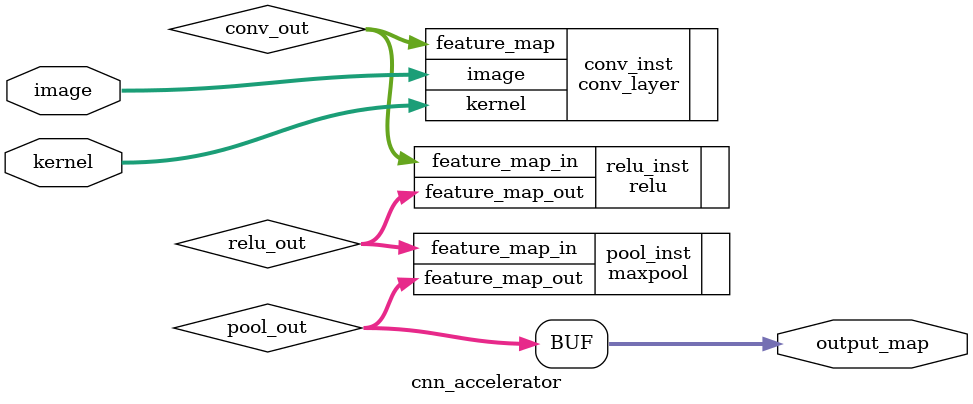
<source format=v>
module cnn_accelerator(
    input [63:0] image,  // 8x8 grayscale image (64 bits)
    input [71:0] kernel, // 3x3 kernel (72 bits)
    output [8:0] output_map // 3x3 output feature map
);
    wire [35:0] conv_out;  // 6x6 feature map after convolution
    wire [35:0] relu_out;  // 6x6 feature map after ReLU
    wire [8:0] pool_out;   // 3x3 feature map after max-pooling

    // Instantiate the modules
    conv_layer conv_inst (
        .image(image),
        .kernel(kernel),
        .feature_map(conv_out)
    );

    relu relu_inst (
        .feature_map_in(conv_out),
        .feature_map_out(relu_out)
    );

    maxpool pool_inst (
        .feature_map_in(relu_out),
        .feature_map_out(pool_out)
    );

    assign output_map = pool_out;
endmodule

</source>
